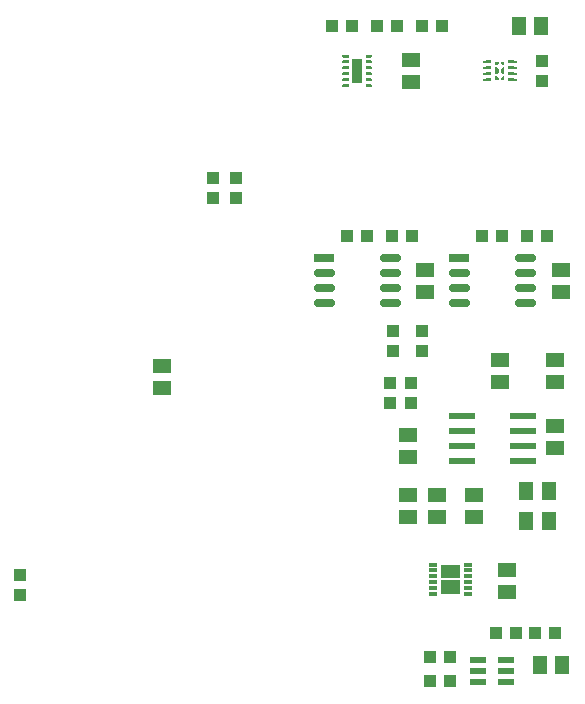
<source format=gbr>
G04 EAGLE Gerber RS-274X export*
G75*
%MOMM*%
%FSLAX34Y34*%
%LPD*%
%INSolderpaste Top*%
%IPPOS*%
%AMOC8*
5,1,8,0,0,1.08239X$1,22.5*%
G01*
%ADD10R,1.000000X1.100000*%
%ADD11R,1.320800X0.558800*%
%ADD12R,1.100000X1.000000*%
%ADD13R,1.300000X1.500000*%
%ADD14R,1.500000X1.300000*%
%ADD15R,1.600000X1.300000*%
%ADD16R,1.752600X0.660400*%
%ADD17C,0.660400*%
%ADD18R,2.200000X0.600000*%
%ADD19R,1.300000X1.600000*%
%ADD20R,0.609600X0.279909*%
%ADD21R,0.900000X2.000000*%
%ADD22R,0.762000X0.280000*%
%ADD23R,0.762000X0.304800*%

G36*
X531259Y116191D02*
X531259Y116191D01*
X531261Y116190D01*
X531304Y116210D01*
X531348Y116228D01*
X531348Y116230D01*
X531350Y116231D01*
X531383Y116316D01*
X531383Y127270D01*
X531382Y127272D01*
X531383Y127274D01*
X531363Y127317D01*
X531345Y127361D01*
X531343Y127361D01*
X531342Y127363D01*
X531257Y127396D01*
X515223Y127396D01*
X515221Y127395D01*
X515219Y127396D01*
X515176Y127376D01*
X515132Y127358D01*
X515132Y127356D01*
X515130Y127355D01*
X515097Y127270D01*
X515097Y116316D01*
X515098Y116314D01*
X515097Y116312D01*
X515117Y116269D01*
X515135Y116225D01*
X515137Y116225D01*
X515138Y116223D01*
X515223Y116190D01*
X531257Y116190D01*
X531259Y116191D01*
G37*
G36*
X531259Y129145D02*
X531259Y129145D01*
X531261Y129144D01*
X531304Y129164D01*
X531348Y129182D01*
X531348Y129184D01*
X531350Y129185D01*
X531383Y129270D01*
X531383Y140224D01*
X531382Y140226D01*
X531383Y140228D01*
X531363Y140271D01*
X531345Y140315D01*
X531343Y140315D01*
X531342Y140317D01*
X531257Y140350D01*
X515223Y140350D01*
X515221Y140349D01*
X515219Y140350D01*
X515176Y140330D01*
X515132Y140312D01*
X515132Y140310D01*
X515130Y140309D01*
X515097Y140224D01*
X515097Y129270D01*
X515098Y129268D01*
X515097Y129266D01*
X515117Y129223D01*
X515135Y129179D01*
X515137Y129179D01*
X515138Y129177D01*
X515223Y129144D01*
X531257Y129144D01*
X531259Y129145D01*
G37*
G36*
X442089Y555738D02*
X442089Y555738D01*
X442092Y555737D01*
X442175Y555774D01*
X443589Y557188D01*
X443591Y557191D01*
X443593Y557192D01*
X443626Y557277D01*
X443626Y560323D01*
X443625Y560326D01*
X443626Y560329D01*
X443589Y560412D01*
X442175Y561826D01*
X442172Y561828D01*
X442171Y561830D01*
X442086Y561863D01*
X440749Y561863D01*
X440747Y561862D01*
X440745Y561863D01*
X440702Y561843D01*
X440659Y561825D01*
X440658Y561823D01*
X440656Y561822D01*
X440623Y561737D01*
X440623Y555863D01*
X440624Y555861D01*
X440623Y555859D01*
X440643Y555816D01*
X440661Y555772D01*
X440664Y555772D01*
X440664Y555770D01*
X440749Y555737D01*
X442086Y555737D01*
X442089Y555738D01*
G37*
G36*
X448253Y555738D02*
X448253Y555738D01*
X448255Y555737D01*
X448298Y555757D01*
X448341Y555775D01*
X448342Y555777D01*
X448344Y555778D01*
X448377Y555863D01*
X448377Y561737D01*
X448376Y561739D01*
X448377Y561741D01*
X448357Y561784D01*
X448339Y561828D01*
X448337Y561828D01*
X448336Y561830D01*
X448251Y561863D01*
X446914Y561863D01*
X446911Y561862D01*
X446908Y561863D01*
X446825Y561826D01*
X445411Y560412D01*
X445410Y560409D01*
X445407Y560408D01*
X445374Y560323D01*
X445374Y557277D01*
X445375Y557274D01*
X445374Y557271D01*
X445411Y557188D01*
X446825Y555774D01*
X446828Y555773D01*
X446829Y555770D01*
X446914Y555737D01*
X448251Y555737D01*
X448253Y555738D01*
G37*
G36*
X562739Y555738D02*
X562739Y555738D01*
X562742Y555737D01*
X562825Y555774D01*
X564239Y557188D01*
X564241Y557191D01*
X564243Y557192D01*
X564276Y557277D01*
X564276Y560323D01*
X564275Y560326D01*
X564276Y560329D01*
X564239Y560412D01*
X562825Y561826D01*
X562822Y561828D01*
X562821Y561830D01*
X562736Y561863D01*
X561454Y561863D01*
X561452Y561862D01*
X561450Y561863D01*
X561407Y561843D01*
X561364Y561825D01*
X561363Y561823D01*
X561361Y561822D01*
X561328Y561737D01*
X561328Y555863D01*
X561329Y555861D01*
X561328Y555859D01*
X561348Y555816D01*
X561366Y555772D01*
X561369Y555772D01*
X561369Y555770D01*
X561454Y555737D01*
X562736Y555737D01*
X562739Y555738D01*
G37*
G36*
X568848Y555738D02*
X568848Y555738D01*
X568850Y555737D01*
X568893Y555757D01*
X568936Y555775D01*
X568937Y555777D01*
X568939Y555778D01*
X568972Y555863D01*
X568972Y561737D01*
X568971Y561739D01*
X568972Y561741D01*
X568952Y561784D01*
X568934Y561828D01*
X568932Y561828D01*
X568931Y561830D01*
X568846Y561863D01*
X567564Y561863D01*
X567561Y561862D01*
X567558Y561863D01*
X567475Y561826D01*
X566061Y560412D01*
X566060Y560409D01*
X566057Y560408D01*
X566024Y560323D01*
X566024Y557277D01*
X566025Y557274D01*
X566024Y557271D01*
X566061Y557188D01*
X567475Y555774D01*
X567478Y555773D01*
X567479Y555770D01*
X567564Y555737D01*
X568846Y555737D01*
X568848Y555738D01*
G37*
G36*
X448253Y563612D02*
X448253Y563612D01*
X448255Y563611D01*
X448298Y563631D01*
X448341Y563649D01*
X448342Y563651D01*
X448344Y563652D01*
X448377Y563737D01*
X448377Y568051D01*
X448376Y568053D01*
X448377Y568055D01*
X448357Y568098D01*
X448339Y568141D01*
X448337Y568142D01*
X448336Y568144D01*
X448251Y568177D01*
X445500Y568177D01*
X445498Y568176D01*
X445496Y568177D01*
X445453Y568157D01*
X445409Y568139D01*
X445409Y568137D01*
X445407Y568136D01*
X445374Y568051D01*
X445374Y565151D01*
X445375Y565148D01*
X445374Y565145D01*
X445411Y565062D01*
X446825Y563648D01*
X446828Y563647D01*
X446829Y563644D01*
X446914Y563611D01*
X448251Y563611D01*
X448253Y563612D01*
G37*
G36*
X442089Y563612D02*
X442089Y563612D01*
X442092Y563611D01*
X442175Y563648D01*
X443589Y565062D01*
X443591Y565065D01*
X443593Y565066D01*
X443626Y565151D01*
X443626Y568051D01*
X443625Y568053D01*
X443626Y568055D01*
X443606Y568098D01*
X443588Y568141D01*
X443586Y568142D01*
X443585Y568144D01*
X443500Y568177D01*
X440749Y568177D01*
X440747Y568176D01*
X440745Y568177D01*
X440702Y568157D01*
X440659Y568139D01*
X440658Y568137D01*
X440656Y568136D01*
X440623Y568051D01*
X440623Y563737D01*
X440624Y563735D01*
X440623Y563733D01*
X440643Y563690D01*
X440661Y563646D01*
X440664Y563646D01*
X440664Y563644D01*
X440749Y563611D01*
X442086Y563611D01*
X442089Y563612D01*
G37*
G36*
X448253Y549424D02*
X448253Y549424D01*
X448255Y549423D01*
X448298Y549443D01*
X448341Y549461D01*
X448342Y549463D01*
X448344Y549464D01*
X448377Y549549D01*
X448377Y553863D01*
X448376Y553865D01*
X448377Y553867D01*
X448357Y553910D01*
X448339Y553954D01*
X448337Y553954D01*
X448336Y553956D01*
X448251Y553989D01*
X446914Y553989D01*
X446911Y553988D01*
X446908Y553989D01*
X446825Y553952D01*
X445411Y552538D01*
X445410Y552535D01*
X445407Y552534D01*
X445374Y552449D01*
X445374Y549549D01*
X445375Y549547D01*
X445374Y549545D01*
X445394Y549502D01*
X445412Y549459D01*
X445414Y549458D01*
X445415Y549456D01*
X445500Y549423D01*
X448251Y549423D01*
X448253Y549424D01*
G37*
G36*
X443502Y549424D02*
X443502Y549424D01*
X443504Y549423D01*
X443547Y549443D01*
X443591Y549461D01*
X443591Y549463D01*
X443593Y549464D01*
X443626Y549549D01*
X443626Y552449D01*
X443625Y552452D01*
X443626Y552455D01*
X443589Y552538D01*
X442175Y553952D01*
X442172Y553954D01*
X442171Y553956D01*
X442086Y553989D01*
X440749Y553989D01*
X440747Y553988D01*
X440745Y553989D01*
X440702Y553969D01*
X440659Y553951D01*
X440658Y553949D01*
X440656Y553948D01*
X440623Y553863D01*
X440623Y549549D01*
X440624Y549547D01*
X440623Y549545D01*
X440643Y549502D01*
X440661Y549459D01*
X440664Y549458D01*
X440664Y549456D01*
X440749Y549423D01*
X443500Y549423D01*
X443502Y549424D01*
G37*
G36*
X437166Y570024D02*
X437166Y570024D01*
X437169Y570023D01*
X437212Y570043D01*
X437255Y570062D01*
X437256Y570064D01*
X437258Y570064D01*
X437291Y570149D01*
X437291Y572451D01*
X437290Y572453D01*
X437291Y572455D01*
X437271Y572498D01*
X437252Y572541D01*
X437250Y572542D01*
X437249Y572544D01*
X437164Y572577D01*
X432661Y572577D01*
X432659Y572576D01*
X432657Y572577D01*
X432614Y572557D01*
X432570Y572538D01*
X432570Y572536D01*
X432568Y572536D01*
X432535Y572451D01*
X432535Y570149D01*
X432536Y570147D01*
X432535Y570145D01*
X432555Y570102D01*
X432573Y570059D01*
X432575Y570058D01*
X432576Y570056D01*
X432661Y570023D01*
X437164Y570023D01*
X437166Y570024D01*
G37*
G36*
X456341Y565024D02*
X456341Y565024D01*
X456343Y565023D01*
X456386Y565043D01*
X456430Y565062D01*
X456430Y565064D01*
X456432Y565064D01*
X456465Y565149D01*
X456465Y567451D01*
X456464Y567453D01*
X456465Y567455D01*
X456445Y567498D01*
X456427Y567541D01*
X456425Y567542D01*
X456424Y567544D01*
X456339Y567577D01*
X451836Y567577D01*
X451834Y567576D01*
X451832Y567577D01*
X451788Y567557D01*
X451745Y567538D01*
X451744Y567536D01*
X451742Y567536D01*
X451709Y567451D01*
X451709Y565149D01*
X451710Y565147D01*
X451709Y565145D01*
X451729Y565102D01*
X451748Y565059D01*
X451750Y565058D01*
X451751Y565056D01*
X451836Y565023D01*
X456339Y565023D01*
X456341Y565024D01*
G37*
G36*
X437166Y565024D02*
X437166Y565024D01*
X437169Y565023D01*
X437212Y565043D01*
X437255Y565062D01*
X437256Y565064D01*
X437258Y565064D01*
X437291Y565149D01*
X437291Y567451D01*
X437290Y567453D01*
X437291Y567455D01*
X437271Y567498D01*
X437252Y567541D01*
X437250Y567542D01*
X437249Y567544D01*
X437164Y567577D01*
X432661Y567577D01*
X432659Y567576D01*
X432657Y567577D01*
X432614Y567557D01*
X432570Y567538D01*
X432570Y567536D01*
X432568Y567536D01*
X432535Y567451D01*
X432535Y565149D01*
X432536Y565147D01*
X432535Y565145D01*
X432555Y565102D01*
X432573Y565059D01*
X432575Y565058D01*
X432576Y565056D01*
X432661Y565023D01*
X437164Y565023D01*
X437166Y565024D01*
G37*
G36*
X456341Y560024D02*
X456341Y560024D01*
X456343Y560023D01*
X456386Y560043D01*
X456430Y560062D01*
X456430Y560064D01*
X456432Y560064D01*
X456465Y560149D01*
X456465Y562451D01*
X456464Y562453D01*
X456465Y562455D01*
X456445Y562498D01*
X456427Y562541D01*
X456425Y562542D01*
X456424Y562544D01*
X456339Y562577D01*
X451836Y562577D01*
X451834Y562576D01*
X451832Y562577D01*
X451788Y562557D01*
X451745Y562538D01*
X451744Y562536D01*
X451742Y562536D01*
X451709Y562451D01*
X451709Y560149D01*
X451710Y560147D01*
X451709Y560145D01*
X451729Y560102D01*
X451748Y560059D01*
X451750Y560058D01*
X451751Y560056D01*
X451836Y560023D01*
X456339Y560023D01*
X456341Y560024D01*
G37*
G36*
X437166Y560024D02*
X437166Y560024D01*
X437169Y560023D01*
X437212Y560043D01*
X437255Y560062D01*
X437256Y560064D01*
X437258Y560064D01*
X437291Y560149D01*
X437291Y562451D01*
X437290Y562453D01*
X437291Y562455D01*
X437271Y562498D01*
X437252Y562541D01*
X437250Y562542D01*
X437249Y562544D01*
X437164Y562577D01*
X432661Y562577D01*
X432659Y562576D01*
X432657Y562577D01*
X432614Y562557D01*
X432570Y562538D01*
X432570Y562536D01*
X432568Y562536D01*
X432535Y562451D01*
X432535Y560149D01*
X432536Y560147D01*
X432535Y560145D01*
X432555Y560102D01*
X432573Y560059D01*
X432575Y560058D01*
X432576Y560056D01*
X432661Y560023D01*
X437164Y560023D01*
X437166Y560024D01*
G37*
G36*
X456341Y555024D02*
X456341Y555024D01*
X456343Y555023D01*
X456386Y555043D01*
X456430Y555062D01*
X456430Y555064D01*
X456432Y555064D01*
X456465Y555149D01*
X456465Y557451D01*
X456464Y557453D01*
X456465Y557455D01*
X456445Y557498D01*
X456427Y557541D01*
X456425Y557542D01*
X456424Y557544D01*
X456339Y557577D01*
X451836Y557577D01*
X451834Y557576D01*
X451832Y557577D01*
X451788Y557557D01*
X451745Y557538D01*
X451744Y557536D01*
X451742Y557536D01*
X451709Y557451D01*
X451709Y555149D01*
X451710Y555147D01*
X451709Y555145D01*
X451729Y555102D01*
X451748Y555059D01*
X451750Y555058D01*
X451751Y555056D01*
X451836Y555023D01*
X456339Y555023D01*
X456341Y555024D01*
G37*
G36*
X437166Y555024D02*
X437166Y555024D01*
X437169Y555023D01*
X437212Y555043D01*
X437255Y555062D01*
X437256Y555064D01*
X437258Y555064D01*
X437291Y555149D01*
X437291Y557451D01*
X437290Y557453D01*
X437291Y557455D01*
X437271Y557498D01*
X437252Y557541D01*
X437250Y557542D01*
X437249Y557544D01*
X437164Y557577D01*
X432661Y557577D01*
X432659Y557576D01*
X432657Y557577D01*
X432614Y557557D01*
X432570Y557538D01*
X432570Y557536D01*
X432568Y557536D01*
X432535Y557451D01*
X432535Y555149D01*
X432536Y555147D01*
X432535Y555145D01*
X432555Y555102D01*
X432573Y555059D01*
X432575Y555058D01*
X432576Y555056D01*
X432661Y555023D01*
X437164Y555023D01*
X437166Y555024D01*
G37*
G36*
X437166Y550024D02*
X437166Y550024D01*
X437169Y550023D01*
X437212Y550043D01*
X437255Y550062D01*
X437256Y550064D01*
X437258Y550064D01*
X437291Y550149D01*
X437291Y552451D01*
X437290Y552453D01*
X437291Y552455D01*
X437271Y552498D01*
X437252Y552541D01*
X437250Y552542D01*
X437249Y552544D01*
X437164Y552577D01*
X432661Y552577D01*
X432659Y552576D01*
X432657Y552577D01*
X432614Y552557D01*
X432570Y552538D01*
X432570Y552536D01*
X432568Y552536D01*
X432535Y552451D01*
X432535Y550149D01*
X432536Y550147D01*
X432535Y550145D01*
X432555Y550102D01*
X432573Y550059D01*
X432575Y550058D01*
X432576Y550056D01*
X432661Y550023D01*
X437164Y550023D01*
X437166Y550024D01*
G37*
G36*
X456341Y550024D02*
X456341Y550024D01*
X456343Y550023D01*
X456386Y550043D01*
X456430Y550062D01*
X456430Y550064D01*
X456432Y550064D01*
X456465Y550149D01*
X456465Y552451D01*
X456464Y552453D01*
X456465Y552455D01*
X456445Y552498D01*
X456427Y552541D01*
X456425Y552542D01*
X456424Y552544D01*
X456339Y552577D01*
X451836Y552577D01*
X451834Y552576D01*
X451832Y552577D01*
X451788Y552557D01*
X451745Y552538D01*
X451744Y552536D01*
X451742Y552536D01*
X451709Y552451D01*
X451709Y550149D01*
X451710Y550147D01*
X451709Y550145D01*
X451729Y550102D01*
X451748Y550059D01*
X451750Y550058D01*
X451751Y550056D01*
X451836Y550023D01*
X456339Y550023D01*
X456341Y550024D01*
G37*
G36*
X456341Y545024D02*
X456341Y545024D01*
X456343Y545023D01*
X456386Y545043D01*
X456430Y545062D01*
X456430Y545064D01*
X456432Y545064D01*
X456465Y545149D01*
X456465Y547451D01*
X456464Y547453D01*
X456465Y547455D01*
X456445Y547498D01*
X456427Y547541D01*
X456425Y547542D01*
X456424Y547544D01*
X456339Y547577D01*
X451836Y547577D01*
X451834Y547576D01*
X451832Y547577D01*
X451788Y547557D01*
X451745Y547538D01*
X451744Y547536D01*
X451742Y547536D01*
X451709Y547451D01*
X451709Y545149D01*
X451710Y545147D01*
X451709Y545145D01*
X451729Y545102D01*
X451748Y545059D01*
X451750Y545058D01*
X451751Y545056D01*
X451836Y545023D01*
X456339Y545023D01*
X456341Y545024D01*
G37*
G36*
X437166Y545024D02*
X437166Y545024D01*
X437169Y545023D01*
X437212Y545043D01*
X437255Y545062D01*
X437256Y545064D01*
X437258Y545064D01*
X437291Y545149D01*
X437291Y547451D01*
X437290Y547453D01*
X437291Y547455D01*
X437271Y547498D01*
X437252Y547541D01*
X437250Y547542D01*
X437249Y547544D01*
X437164Y547577D01*
X432661Y547577D01*
X432659Y547576D01*
X432657Y547577D01*
X432614Y547557D01*
X432570Y547538D01*
X432570Y547536D01*
X432568Y547536D01*
X432535Y547451D01*
X432535Y545149D01*
X432536Y545147D01*
X432535Y545145D01*
X432555Y545102D01*
X432573Y545059D01*
X432575Y545058D01*
X432576Y545056D01*
X432661Y545023D01*
X437164Y545023D01*
X437166Y545024D01*
G37*
G36*
X456341Y570024D02*
X456341Y570024D01*
X456343Y570023D01*
X456386Y570043D01*
X456430Y570062D01*
X456430Y570064D01*
X456432Y570064D01*
X456465Y570149D01*
X456465Y572451D01*
X456464Y572453D01*
X456465Y572455D01*
X456445Y572498D01*
X456427Y572541D01*
X456425Y572542D01*
X456424Y572544D01*
X456339Y572577D01*
X451836Y572577D01*
X451834Y572576D01*
X451832Y572577D01*
X451788Y572557D01*
X451745Y572538D01*
X451744Y572536D01*
X451742Y572536D01*
X451709Y572451D01*
X451709Y570149D01*
X451710Y570147D01*
X451709Y570145D01*
X451729Y570102D01*
X451748Y570059D01*
X451750Y570058D01*
X451751Y570056D01*
X451836Y570023D01*
X456339Y570023D01*
X456341Y570024D01*
G37*
G36*
X576902Y565025D02*
X576902Y565025D01*
X576904Y565024D01*
X576947Y565044D01*
X576991Y565062D01*
X576991Y565064D01*
X576993Y565065D01*
X577026Y565150D01*
X577026Y567450D01*
X577025Y567452D01*
X577026Y567454D01*
X577006Y567497D01*
X576988Y567541D01*
X576986Y567541D01*
X576985Y567543D01*
X576900Y567576D01*
X572400Y567576D01*
X572398Y567575D01*
X572396Y567576D01*
X572353Y567556D01*
X572309Y567538D01*
X572309Y567536D01*
X572307Y567535D01*
X572274Y567450D01*
X572274Y565150D01*
X572275Y565148D01*
X572274Y565146D01*
X572294Y565103D01*
X572312Y565059D01*
X572314Y565059D01*
X572315Y565057D01*
X572400Y565024D01*
X576900Y565024D01*
X576902Y565025D01*
G37*
G36*
X557902Y565025D02*
X557902Y565025D01*
X557904Y565024D01*
X557947Y565044D01*
X557991Y565062D01*
X557991Y565064D01*
X557993Y565065D01*
X558026Y565150D01*
X558026Y567450D01*
X558025Y567452D01*
X558026Y567454D01*
X558006Y567497D01*
X557988Y567541D01*
X557986Y567541D01*
X557985Y567543D01*
X557900Y567576D01*
X553400Y567576D01*
X553398Y567575D01*
X553396Y567576D01*
X553353Y567556D01*
X553309Y567538D01*
X553309Y567536D01*
X553307Y567535D01*
X553274Y567450D01*
X553274Y565150D01*
X553275Y565148D01*
X553274Y565146D01*
X553294Y565103D01*
X553312Y565059D01*
X553314Y565059D01*
X553315Y565057D01*
X553400Y565024D01*
X557900Y565024D01*
X557902Y565025D01*
G37*
G36*
X576902Y560025D02*
X576902Y560025D01*
X576904Y560024D01*
X576947Y560044D01*
X576991Y560062D01*
X576991Y560064D01*
X576993Y560065D01*
X577026Y560150D01*
X577026Y562450D01*
X577025Y562452D01*
X577026Y562454D01*
X577006Y562497D01*
X576988Y562541D01*
X576986Y562541D01*
X576985Y562543D01*
X576900Y562576D01*
X572400Y562576D01*
X572398Y562575D01*
X572396Y562576D01*
X572353Y562556D01*
X572309Y562538D01*
X572309Y562536D01*
X572307Y562535D01*
X572274Y562450D01*
X572274Y560150D01*
X572275Y560148D01*
X572274Y560146D01*
X572294Y560103D01*
X572312Y560059D01*
X572314Y560059D01*
X572315Y560057D01*
X572400Y560024D01*
X576900Y560024D01*
X576902Y560025D01*
G37*
G36*
X557902Y560025D02*
X557902Y560025D01*
X557904Y560024D01*
X557947Y560044D01*
X557991Y560062D01*
X557991Y560064D01*
X557993Y560065D01*
X558026Y560150D01*
X558026Y562450D01*
X558025Y562452D01*
X558026Y562454D01*
X558006Y562497D01*
X557988Y562541D01*
X557986Y562541D01*
X557985Y562543D01*
X557900Y562576D01*
X553400Y562576D01*
X553398Y562575D01*
X553396Y562576D01*
X553353Y562556D01*
X553309Y562538D01*
X553309Y562536D01*
X553307Y562535D01*
X553274Y562450D01*
X553274Y560150D01*
X553275Y560148D01*
X553274Y560146D01*
X553294Y560103D01*
X553312Y560059D01*
X553314Y560059D01*
X553315Y560057D01*
X553400Y560024D01*
X557900Y560024D01*
X557902Y560025D01*
G37*
G36*
X557902Y555025D02*
X557902Y555025D01*
X557904Y555024D01*
X557947Y555044D01*
X557991Y555062D01*
X557991Y555064D01*
X557993Y555065D01*
X558026Y555150D01*
X558026Y557450D01*
X558025Y557452D01*
X558026Y557454D01*
X558006Y557497D01*
X557988Y557541D01*
X557986Y557541D01*
X557985Y557543D01*
X557900Y557576D01*
X553400Y557576D01*
X553398Y557575D01*
X553396Y557576D01*
X553353Y557556D01*
X553309Y557538D01*
X553309Y557536D01*
X553307Y557535D01*
X553274Y557450D01*
X553274Y555150D01*
X553275Y555148D01*
X553274Y555146D01*
X553294Y555103D01*
X553312Y555059D01*
X553314Y555059D01*
X553315Y555057D01*
X553400Y555024D01*
X557900Y555024D01*
X557902Y555025D01*
G37*
G36*
X576902Y555025D02*
X576902Y555025D01*
X576904Y555024D01*
X576947Y555044D01*
X576991Y555062D01*
X576991Y555064D01*
X576993Y555065D01*
X577026Y555150D01*
X577026Y557450D01*
X577025Y557452D01*
X577026Y557454D01*
X577006Y557497D01*
X576988Y557541D01*
X576986Y557541D01*
X576985Y557543D01*
X576900Y557576D01*
X572400Y557576D01*
X572398Y557575D01*
X572396Y557576D01*
X572353Y557556D01*
X572309Y557538D01*
X572309Y557536D01*
X572307Y557535D01*
X572274Y557450D01*
X572274Y555150D01*
X572275Y555148D01*
X572274Y555146D01*
X572294Y555103D01*
X572312Y555059D01*
X572314Y555059D01*
X572315Y555057D01*
X572400Y555024D01*
X576900Y555024D01*
X576902Y555025D01*
G37*
G36*
X557902Y550025D02*
X557902Y550025D01*
X557904Y550024D01*
X557947Y550044D01*
X557991Y550062D01*
X557991Y550064D01*
X557993Y550065D01*
X558026Y550150D01*
X558026Y552450D01*
X558025Y552452D01*
X558026Y552454D01*
X558006Y552497D01*
X557988Y552541D01*
X557986Y552541D01*
X557985Y552543D01*
X557900Y552576D01*
X553400Y552576D01*
X553398Y552575D01*
X553396Y552576D01*
X553353Y552556D01*
X553309Y552538D01*
X553309Y552536D01*
X553307Y552535D01*
X553274Y552450D01*
X553274Y550150D01*
X553275Y550148D01*
X553274Y550146D01*
X553294Y550103D01*
X553312Y550059D01*
X553314Y550059D01*
X553315Y550057D01*
X553400Y550024D01*
X557900Y550024D01*
X557902Y550025D01*
G37*
G36*
X576902Y550025D02*
X576902Y550025D01*
X576904Y550024D01*
X576947Y550044D01*
X576991Y550062D01*
X576991Y550064D01*
X576993Y550065D01*
X577026Y550150D01*
X577026Y552450D01*
X577025Y552452D01*
X577026Y552454D01*
X577006Y552497D01*
X576988Y552541D01*
X576986Y552541D01*
X576985Y552543D01*
X576900Y552576D01*
X572400Y552576D01*
X572398Y552575D01*
X572396Y552576D01*
X572353Y552556D01*
X572309Y552538D01*
X572309Y552536D01*
X572307Y552535D01*
X572274Y552450D01*
X572274Y550150D01*
X572275Y550148D01*
X572274Y550146D01*
X572294Y550103D01*
X572312Y550059D01*
X572314Y550059D01*
X572315Y550057D01*
X572400Y550024D01*
X576900Y550024D01*
X576902Y550025D01*
G37*
G36*
X568848Y563612D02*
X568848Y563612D01*
X568850Y563611D01*
X568893Y563631D01*
X568936Y563649D01*
X568937Y563651D01*
X568939Y563652D01*
X568972Y563737D01*
X568972Y566052D01*
X568971Y566054D01*
X568972Y566056D01*
X568952Y566099D01*
X568934Y566142D01*
X568932Y566143D01*
X568931Y566145D01*
X568846Y566178D01*
X566150Y566178D01*
X566148Y566177D01*
X566146Y566178D01*
X566103Y566158D01*
X566059Y566140D01*
X566059Y566138D01*
X566057Y566137D01*
X566024Y566052D01*
X566024Y565151D01*
X566025Y565148D01*
X566024Y565145D01*
X566061Y565062D01*
X567475Y563648D01*
X567478Y563647D01*
X567479Y563644D01*
X567564Y563611D01*
X568846Y563611D01*
X568848Y563612D01*
G37*
G36*
X562739Y563612D02*
X562739Y563612D01*
X562742Y563611D01*
X562825Y563648D01*
X564239Y565062D01*
X564241Y565065D01*
X564243Y565066D01*
X564276Y565151D01*
X564276Y566052D01*
X564275Y566054D01*
X564276Y566056D01*
X564256Y566099D01*
X564238Y566142D01*
X564236Y566143D01*
X564235Y566145D01*
X564150Y566178D01*
X561454Y566178D01*
X561452Y566177D01*
X561450Y566178D01*
X561407Y566158D01*
X561364Y566140D01*
X561363Y566138D01*
X561361Y566137D01*
X561328Y566052D01*
X561328Y563737D01*
X561329Y563735D01*
X561328Y563733D01*
X561348Y563690D01*
X561366Y563646D01*
X561369Y563646D01*
X561369Y563644D01*
X561454Y563611D01*
X562736Y563611D01*
X562739Y563612D01*
G37*
G36*
X568848Y551423D02*
X568848Y551423D01*
X568850Y551422D01*
X568893Y551442D01*
X568936Y551460D01*
X568937Y551463D01*
X568939Y551463D01*
X568972Y551548D01*
X568972Y553863D01*
X568971Y553865D01*
X568972Y553867D01*
X568952Y553910D01*
X568934Y553954D01*
X568932Y553954D01*
X568931Y553956D01*
X568846Y553989D01*
X567564Y553989D01*
X567561Y553988D01*
X567558Y553989D01*
X567475Y553952D01*
X566061Y552538D01*
X566060Y552535D01*
X566057Y552534D01*
X566024Y552449D01*
X566024Y551548D01*
X566025Y551546D01*
X566024Y551544D01*
X566044Y551501D01*
X566062Y551458D01*
X566064Y551457D01*
X566065Y551455D01*
X566150Y551422D01*
X568846Y551422D01*
X568848Y551423D01*
G37*
G36*
X564152Y551423D02*
X564152Y551423D01*
X564154Y551422D01*
X564197Y551442D01*
X564241Y551460D01*
X564241Y551463D01*
X564243Y551463D01*
X564276Y551548D01*
X564276Y552449D01*
X564275Y552452D01*
X564276Y552455D01*
X564239Y552538D01*
X562825Y553952D01*
X562822Y553954D01*
X562821Y553956D01*
X562736Y553989D01*
X561454Y553989D01*
X561452Y553988D01*
X561450Y553989D01*
X561407Y553969D01*
X561364Y553951D01*
X561363Y553949D01*
X561361Y553948D01*
X561328Y553863D01*
X561328Y551548D01*
X561329Y551546D01*
X561328Y551544D01*
X561348Y551501D01*
X561366Y551458D01*
X561369Y551457D01*
X561369Y551455D01*
X561454Y551422D01*
X564150Y551422D01*
X564152Y551423D01*
G37*
D10*
X322580Y451240D03*
X322580Y468240D03*
X341630Y468240D03*
X341630Y451240D03*
X158750Y131690D03*
X158750Y114690D03*
D11*
X546862Y60300D03*
X546862Y50800D03*
X546862Y41300D03*
X570738Y41300D03*
X570738Y50800D03*
X570738Y60300D03*
D12*
X505850Y41910D03*
X522850Y41910D03*
X505850Y62230D03*
X522850Y62230D03*
X578730Y82550D03*
X561730Y82550D03*
D10*
X594750Y82750D03*
X611750Y82750D03*
D13*
X598930Y55880D03*
X617930Y55880D03*
D14*
X279400Y290220D03*
X279400Y309220D03*
X543560Y200000D03*
X543560Y181000D03*
D15*
X511810Y200000D03*
X511810Y181000D03*
D14*
X487680Y181000D03*
X487680Y200000D03*
D15*
X565150Y295300D03*
X565150Y314300D03*
X612140Y295300D03*
X612140Y314300D03*
D16*
X530800Y400050D03*
D17*
X525339Y387350D02*
X536261Y387350D01*
X536261Y374650D02*
X525339Y374650D01*
X525339Y361950D02*
X536261Y361950D01*
X581339Y361950D02*
X592261Y361950D01*
X592261Y374650D02*
X581339Y374650D01*
X581339Y387350D02*
X592261Y387350D01*
X592261Y400050D02*
X581339Y400050D01*
D15*
X617220Y390500D03*
X617220Y371500D03*
D12*
X567300Y419100D03*
X550300Y419100D03*
D10*
X499110Y338700D03*
X499110Y321700D03*
D12*
X588400Y419000D03*
X605400Y419000D03*
D16*
X416500Y400150D03*
D17*
X411039Y387450D02*
X421961Y387450D01*
X421961Y374750D02*
X411039Y374750D01*
X411039Y362050D02*
X421961Y362050D01*
X467039Y362050D02*
X477961Y362050D01*
X477961Y374750D02*
X467039Y374750D01*
X467039Y387450D02*
X477961Y387450D01*
X477961Y400150D02*
X467039Y400150D01*
D15*
X501650Y371500D03*
X501650Y390500D03*
D10*
X474980Y338700D03*
X474980Y321700D03*
D12*
X453000Y419100D03*
X436000Y419100D03*
X474100Y419000D03*
X491100Y419000D03*
D18*
X532900Y254000D03*
X584900Y254000D03*
X532900Y266700D03*
X532900Y241300D03*
X532900Y228600D03*
X584900Y266700D03*
X584900Y241300D03*
X584900Y228600D03*
D19*
X606400Y203200D03*
X587400Y203200D03*
D15*
X487680Y231800D03*
X487680Y250800D03*
D19*
X606400Y177900D03*
X587400Y177900D03*
D15*
X612140Y239420D03*
X612140Y258420D03*
D20*
X434365Y571300D03*
X434365Y566300D03*
X434365Y561300D03*
X434365Y556300D03*
X434365Y551300D03*
X434365Y546300D03*
X454635Y546300D03*
X454635Y551300D03*
X454635Y556300D03*
X454635Y561300D03*
X454635Y566300D03*
X454635Y571300D03*
D21*
X444500Y558800D03*
D15*
X490220Y549300D03*
X490220Y568300D03*
D10*
X490220Y277250D03*
X490220Y294250D03*
X472440Y277250D03*
X472440Y294250D03*
D14*
X571500Y117500D03*
X571500Y136500D03*
D12*
X423300Y596900D03*
X440300Y596900D03*
X461400Y596900D03*
X478400Y596900D03*
D22*
X554340Y566300D03*
X554340Y561300D03*
X554340Y556300D03*
X554340Y551300D03*
X575960Y551300D03*
X575960Y556300D03*
X575960Y561300D03*
X575960Y566300D03*
D12*
X516500Y596900D03*
X499500Y596900D03*
D10*
X600710Y567300D03*
X600710Y550300D03*
D19*
X581050Y596900D03*
X600050Y596900D03*
D23*
X508508Y140770D03*
X508508Y135770D03*
X508508Y130770D03*
X508508Y125770D03*
X508508Y120770D03*
X508508Y115770D03*
X537972Y115770D03*
X537972Y120770D03*
X537972Y125770D03*
X537972Y130770D03*
X537972Y135770D03*
X537972Y140770D03*
M02*

</source>
